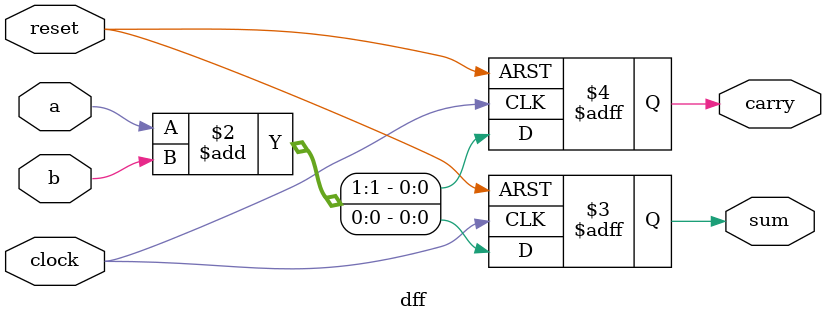
<source format=v>
`timescale 1ns / 1ps


module dff(
input wire clock,
input wire reset,
input wire a,
input wire b,
output reg sum,
output reg carry
);

//positive edge-triggered D flip flop
//sequential circuit --> it has memory
//synchronous circuit --> it has clock
//Verilog for designing sequential we use "always" block

always @(posedge clock or posedge reset)//sensitivity list
begin
    if(reset)
    begin
        sum <= 0;
        carry <= 0;
    end
    else
    begin
        {carry,sum}  <= a+b; 
    end
end

//All left hand operands should be of reg type
//Two types - 1. wire 2. reg
//All left hand operands of assign statement should be wire type
//Input and inout ports can be only wire type
//Output ports can be wire or reg type
endmodule

</source>
